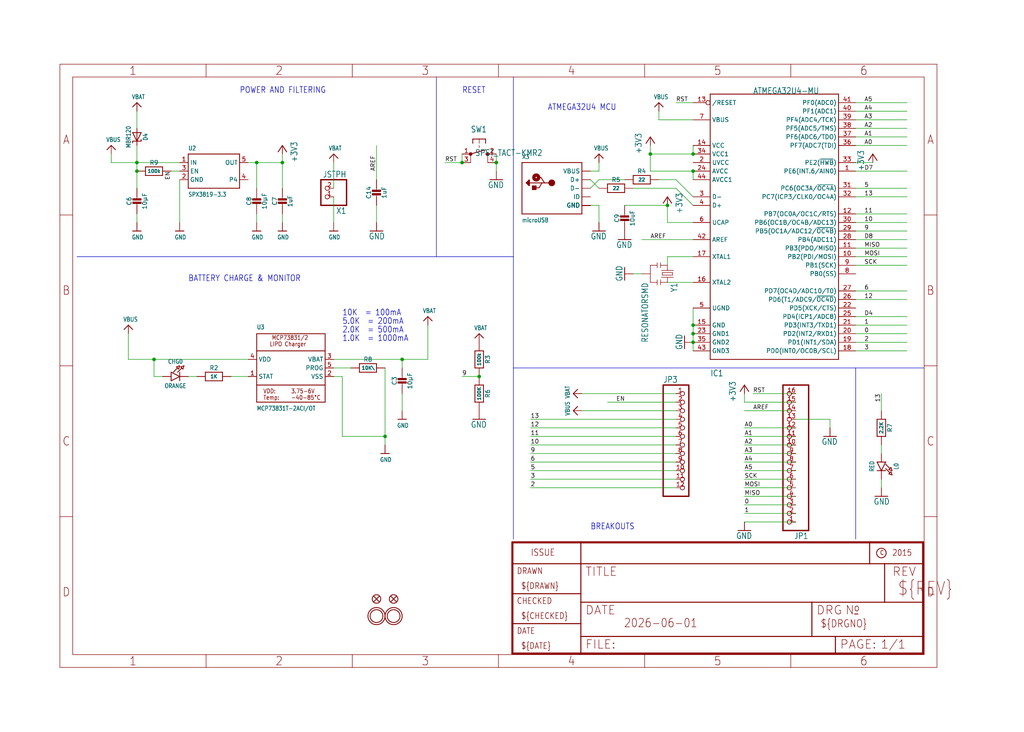
<source format=kicad_sch>
(kicad_sch (version 20230121) (generator eeschema)
  (paper "User" 303.962 217.322)
  (lib_symbols
    (symbol "working-eagle-import:+3V3" (power)
      (property "Value" "+3V3" (at -2.54 -5.08 90))
      (symbol "+3V3_1_0"
        (pin power_in line (at 0 -2.54 90) (length 2.54) (name "+3V3") (number "1"))
      )
    )
    (symbol "working-eagle-import:ATMEGA32U4-MU"
      (property "Reference" "IC" (at -17.78 -38.1 0))
      (symbol "ATMEGA32U4-MU_1_0"
        (pin bidirectional line (at 25.4 22.86 180) (length 5.08) (name "PE6(INT.6/AIN0)") (number "1"))
        (pin bidirectional line (at 25.4 -2.54 180) (length 5.08) (name "PB2(PDI/MOSI)") (number "10"))
        (pin bidirectional line (at 25.4 0 180) (length 5.08) (name "PB3(PDO/MISO)") (number "11"))
        (pin bidirectional line (at 25.4 10.16 180) (length 5.08) (name "PB7(OC0A/OC1C/RTS)") (number "12"))
        (pin bidirectional inverted (at -22.86 43.18 0) (length 5.08) (name "/RESET") (number "13"))
        (pin bidirectional line (at -22.86 30.48 0) (length 5.08) (name "VCC") (number "14"))
        (pin bidirectional line (at -22.86 -22.86 0) (length 5.08) (name "GND") (number "15"))
        (pin bidirectional line (at -22.86 -10.16 0) (length 5.08) (name "XTAL2") (number "16"))
        (pin bidirectional line (at -22.86 -2.54 0) (length 5.08) (name "XTAL1") (number "17"))
        (pin bidirectional line (at 25.4 -30.48 180) (length 5.08) (name "PD0(INT0/OC0B/SCL)") (number "18"))
        (pin bidirectional line (at 25.4 -27.94 180) (length 5.08) (name "PD1(INT1/SDA)") (number "19"))
        (pin bidirectional line (at -22.86 25.4 0) (length 5.08) (name "UVCC") (number "2"))
        (pin bidirectional line (at 25.4 -25.4 180) (length 5.08) (name "PD2(INT2/RXD1)") (number "20"))
        (pin bidirectional line (at 25.4 -22.86 180) (length 5.08) (name "PD3(INT3/TXD1)") (number "21"))
        (pin bidirectional line (at 25.4 -17.78 180) (length 5.08) (name "PD5(XCK/CTS)") (number "22"))
        (pin bidirectional line (at -22.86 -25.4 0) (length 5.08) (name "GND1") (number "23"))
        (pin bidirectional line (at -22.86 22.86 0) (length 5.08) (name "AVCC") (number "24"))
        (pin bidirectional line (at 25.4 -20.32 180) (length 5.08) (name "PD4(ICP1/ADC8)") (number "25"))
        (pin bidirectional line (at 25.4 -15.24 180) (length 5.08) (name "PD6(T1/ADC9/~{OC4D})") (number "26"))
        (pin bidirectional line (at 25.4 -12.7 180) (length 5.08) (name "PD7(OC4D/ADC10/T0)") (number "27"))
        (pin bidirectional line (at 25.4 2.54 180) (length 5.08) (name "PB4(ADC11)") (number "28"))
        (pin bidirectional line (at 25.4 5.08 180) (length 5.08) (name "PB5(OC1A/ADC12/~{OC4B})") (number "29"))
        (pin bidirectional line (at -22.86 15.24 0) (length 5.08) (name "D-") (number "3"))
        (pin bidirectional line (at 25.4 7.62 180) (length 5.08) (name "PB6(OC1B/OC4B/ADC13)") (number "30"))
        (pin bidirectional line (at 25.4 17.78 180) (length 5.08) (name "PC6(OC3A/~{OC4A})") (number "31"))
        (pin bidirectional line (at 25.4 15.24 180) (length 5.08) (name "PC7(ICP3/CLK0/OC4A)") (number "32"))
        (pin bidirectional line (at 25.4 25.4 180) (length 5.08) (name "PE2(~{HWB})") (number "33"))
        (pin bidirectional line (at -22.86 27.94 0) (length 5.08) (name "VCC1") (number "34"))
        (pin bidirectional line (at -22.86 -27.94 0) (length 5.08) (name "GND2") (number "35"))
        (pin bidirectional line (at 25.4 30.48 180) (length 5.08) (name "PF7(ADC7(TDI)") (number "36"))
        (pin bidirectional line (at 25.4 33.02 180) (length 5.08) (name "PF6(ADC6/TDO)") (number "37"))
        (pin bidirectional line (at 25.4 35.56 180) (length 5.08) (name "PF5(ADC5/TMS)") (number "38"))
        (pin bidirectional line (at 25.4 38.1 180) (length 5.08) (name "PF4(ADC4/TCK)") (number "39"))
        (pin bidirectional line (at -22.86 12.7 0) (length 5.08) (name "D+") (number "4"))
        (pin bidirectional line (at 25.4 40.64 180) (length 5.08) (name "PF1(ADC1)") (number "40"))
        (pin bidirectional line (at 25.4 43.18 180) (length 5.08) (name "PF0(ADC0)") (number "41"))
        (pin bidirectional line (at -22.86 2.54 0) (length 5.08) (name "AREF") (number "42"))
        (pin bidirectional line (at -22.86 -30.48 0) (length 5.08) (name "GND3") (number "43"))
        (pin bidirectional line (at -22.86 20.32 0) (length 5.08) (name "AVCC1") (number "44"))
        (pin bidirectional line (at -22.86 -17.78 0) (length 5.08) (name "UGND") (number "5"))
        (pin bidirectional line (at -22.86 7.62 0) (length 5.08) (name "UCAP") (number "6"))
        (pin bidirectional line (at -22.86 38.1 0) (length 5.08) (name "VBUS") (number "7"))
        (pin bidirectional line (at 25.4 -7.62 180) (length 5.08) (name "PB0(SS)") (number "8"))
        (pin bidirectional line (at 25.4 -5.08 180) (length 5.08) (name "PB1(SCK)") (number "9"))
      )
    )
    (symbol "working-eagle-import:CAP_CERAMIC0603_NO"
      (property "Reference" "C" (at -2.29 1.25 90))
      (symbol "CAP_CERAMIC0603_NO_1_0"
        (pin passive line (at 0 5.08 270) (length 2.54) (name "1") (number "1"))
        (pin passive line (at 0 -2.54 90) (length 2.54) (name "2") (number "2"))
      )
    )
    (symbol "working-eagle-import:CAP_CERAMIC0805-NOOUTLINE"
      (property "Reference" "C" (at -2.29 1.25 90))
      (symbol "CAP_CERAMIC0805-NOOUTLINE_1_0"
        (pin passive line (at 0 5.08 270) (length 2.54) (name "1") (number "1"))
        (pin passive line (at 0 -2.54 90) (length 2.54) (name "2") (number "2"))
      )
    )
    (symbol "working-eagle-import:CON_JST_PH_2PIN"
      (property "Reference" "X" (at -6.35 5.715 0))
      (symbol "CON_JST_PH_2PIN_1_0"
        (pin passive inverted (at -2.54 2.54 0) (length 2.54) (name "1") (number "1"))
        (pin passive inverted (at -2.54 0 0) (length 2.54) (name "2") (number "2"))
      )
    )
    (symbol "working-eagle-import:DIODE-SCHOTTKYSOD-123"
      (property "Reference" "D" (at 0 2.54 0))
      (symbol "DIODE-SCHOTTKYSOD-123_1_0"
        (pin passive line (at -2.54 0 0) (length 2.54) (name "A") (number "A"))
        (pin passive line (at 2.54 0 180) (length 2.54) (name "C") (number "C"))
      )
    )
    (symbol "working-eagle-import:FIDUCIAL{dblquote}{dblquote}")
    (symbol "working-eagle-import:FRAME_A4"
      (symbol "FRAME_A4_1_0"
        (text "1" (at 21.6958 1.905 0) (effects (font (size 2.54 2.286))))
        (text "1" (at 21.6958 177.165 0) (effects (font (size 2.54 2.286))))
        (text "2" (at 65.0875 1.905 0) (effects (font (size 2.54 2.286))))
        (text "2" (at 65.0875 177.165 0) (effects (font (size 2.54 2.286))))
        (text "3" (at 108.4792 1.905 0) (effects (font (size 2.54 2.286))))
        (text "3" (at 108.4792 177.165 0) (effects (font (size 2.54 2.286))))
        (text "4" (at 151.8708 1.905 0) (effects (font (size 2.54 2.286))))
        (text "4" (at 151.8708 177.165 0) (effects (font (size 2.54 2.286))))
        (text "5" (at 195.2625 1.905 0) (effects (font (size 2.54 2.286))))
        (text "5" (at 195.2625 177.165 0) (effects (font (size 2.54 2.286))))
        (text "6" (at 238.6542 1.905 0) (effects (font (size 2.54 2.286))))
        (text "6" (at 238.6542 177.165 0) (effects (font (size 2.54 2.286))))
        (text "A" (at 1.905 156.6863 0) (effects (font (size 2.54 2.286))))
        (text "A" (at 258.445 156.6863 0) (effects (font (size 2.54 2.286))))
        (text "B" (at 1.905 111.9188 0) (effects (font (size 2.54 2.286))))
        (text "B" (at 258.445 111.9188 0) (effects (font (size 2.54 2.286))))
        (text "C" (at 1.905 67.1513 0) (effects (font (size 2.54 2.286))))
        (text "C" (at 258.445 67.1513 0) (effects (font (size 2.54 2.286))))
        (text "D" (at 1.905 22.3838 0) (effects (font (size 2.54 2.286))))
        (text "D" (at 258.445 22.3838 0) (effects (font (size 2.54 2.286))))
      )
      (symbol "FRAME_A4_2_0"
        (text "${#}/${##}" (at 108.9152 2.8448 0) (effects (font (size 2.54 2.54)) (justify left bottom)))
        (text "${CHECKED}" (at 2.2352 11.7348 0) (effects (font (size 1.778 1.5113)) (justify left bottom)))
        (text "${COMPANY}" (at 23.349 29.6735 0) (effects (font (size 3.175 2.6987) (thickness 0.5397) bold) (justify left bottom)))
        (text "${CURRENT_DATE}" (at 32.7152 9.1948 0) (effects (font (size 2.54 2.159)) (justify left bottom)))
        (text "${DATE}" (at 2.2352 2.8448 0) (effects (font (size 1.778 1.5113)) (justify left bottom)))
        (text "${DRAWN}" (at 2.2352 20.6248 0) (effects (font (size 1.778 1.5113)) (justify left bottom)))
        (text "${DRGNO}" (at 91.1352 9.1948 0) (effects (font (size 2.1844 1.8567)) (justify left bottom)))
        (text "${PROJECTNAME}" (at 33.0327 2.8448 0) (effects (font (size 2.54 2.159)) (justify left bottom)))
        (text "${REV}" (at 113.9952 18.7198 0) (effects (font (size 3.81 3.2385)) (justify left bottom)))
        (text "2015" (at 112.4077 30.4673 0) (effects (font (size 1.778 1.5113)) (justify left bottom)))
        (text "C" (at 108.7564 30.7848 0) (effects (font (size 1.27 1.0795)) (justify left bottom)))
        (text "CHECKED" (at 0.9652 16.1798 0) (effects (font (size 1.778 1.5113)) (justify left bottom)))
        (text "DATE" (at 0.9652 7.2898 0) (effects (font (size 1.778 1.5113)) (justify left bottom)))
        (text "DATE" (at 21.2852 13.0048 0) (effects (font (size 2.54 2.54)) (justify left bottom)))
        (text "DRAWN" (at 0.9652 25.0698 0) (effects (font (size 1.778 1.5113)) (justify left bottom)))
        (text "DRG" (at 89.8652 13.0048 0) (effects (font (size 2.54 2.54)) (justify left bottom)))
        (text "FILE:" (at 21.2852 2.8448 0) (effects (font (size 2.54 2.54)) (justify left bottom)))
        (text "ISSUE" (at 5.0927 30.4673 0) (effects (font (size 1.9304 1.6408)) (justify left bottom)))
        (text "N" (at 98.4377 13.0048 0) (effects (font (size 2.54 2.54)) (justify left bottom)))
        (text "o" (at 100.9777 13.9573 0) (effects (font (size 2.1844 1.8567)) (justify left bottom)))
        (text "PAGE:" (at 96.8502 2.8448 0) (effects (font (size 2.54 2.54)) (justify left bottom)))
        (text "REV" (at 112.4077 24.4348 0) (effects (font (size 2.54 2.54)) (justify left bottom)))
        (text "TITLE" (at 21.2852 24.4348 0) (effects (font (size 2.54 2.54)) (justify left bottom)))
      )
    )
    (symbol "working-eagle-import:GND" (power)
      (property "Value" "GND" (at -1.524 -2.54 0))
      (symbol "GND_1_0"
        (pin power_in line (at 0 2.54 270) (length 2.54) (name "GND") (number "1"))
      )
    )
    (symbol "working-eagle-import:HEADER-1X12"
      (property "Reference" "JP" (at -6.35 18.415 0))
      (symbol "HEADER-1X12_1_0"
        (pin passive inverted (at -2.54 15.24 0) (length 2.54) (name "1") (number "1"))
        (pin passive inverted (at -2.54 -7.62 0) (length 2.54) (name "10") (number "10"))
        (pin passive inverted (at -2.54 -10.16 0) (length 2.54) (name "11") (number "11"))
        (pin passive inverted (at -2.54 -12.7 0) (length 2.54) (name "12") (number "12"))
        (pin passive inverted (at -2.54 12.7 0) (length 2.54) (name "2") (number "2"))
        (pin passive inverted (at -2.54 10.16 0) (length 2.54) (name "3") (number "3"))
        (pin passive inverted (at -2.54 7.62 0) (length 2.54) (name "4") (number "4"))
        (pin passive inverted (at -2.54 5.08 0) (length 2.54) (name "5") (number "5"))
        (pin passive inverted (at -2.54 2.54 0) (length 2.54) (name "6") (number "6"))
        (pin passive inverted (at -2.54 0 0) (length 2.54) (name "7") (number "7"))
        (pin passive inverted (at -2.54 -2.54 0) (length 2.54) (name "8") (number "8"))
        (pin passive inverted (at -2.54 -5.08 0) (length 2.54) (name "9") (number "9"))
      )
    )
    (symbol "working-eagle-import:HEADER-1X16ROUND"
      (property "Reference" "JP" (at -6.35 20.955 0))
      (symbol "HEADER-1X16ROUND_1_0"
        (pin passive inverted (at -2.54 17.78 0) (length 2.54) (name "1") (number "1"))
        (pin passive inverted (at -2.54 -5.08 0) (length 2.54) (name "10") (number "10"))
        (pin passive inverted (at -2.54 -7.62 0) (length 2.54) (name "11") (number "11"))
        (pin passive inverted (at -2.54 -10.16 0) (length 2.54) (name "12") (number "12"))
        (pin passive inverted (at -2.54 -12.7 0) (length 2.54) (name "13") (number "13"))
        (pin passive inverted (at -2.54 -15.24 0) (length 2.54) (name "14") (number "14"))
        (pin passive inverted (at -2.54 -17.78 0) (length 2.54) (name "15") (number "15"))
        (pin passive inverted (at -2.54 -20.32 0) (length 2.54) (name "16") (number "16"))
        (pin passive inverted (at -2.54 15.24 0) (length 2.54) (name "2") (number "2"))
        (pin passive inverted (at -2.54 12.7 0) (length 2.54) (name "3") (number "3"))
        (pin passive inverted (at -2.54 10.16 0) (length 2.54) (name "4") (number "4"))
        (pin passive inverted (at -2.54 7.62 0) (length 2.54) (name "5") (number "5"))
        (pin passive inverted (at -2.54 5.08 0) (length 2.54) (name "6") (number "6"))
        (pin passive inverted (at -2.54 2.54 0) (length 2.54) (name "7") (number "7"))
        (pin passive inverted (at -2.54 0 0) (length 2.54) (name "8") (number "8"))
        (pin passive inverted (at -2.54 -2.54 0) (length 2.54) (name "9") (number "9"))
      )
    )
    (symbol "working-eagle-import:LED0805_NOOUTLINE"
      (property "Reference" "D" (at -1.27 4.445 0))
      (symbol "LED0805_NOOUTLINE_1_0"
        (pin passive line (at -5.08 0 0) (length 2.54) (name "A") (number "A"))
        (pin passive line (at 2.54 0 180) (length 2.54) (name "C") (number "C"))
      )
    )
    (symbol "working-eagle-import:MCP73831/2"
      (property "Reference" "U" (at -10.16 11.43 0))
      (symbol "MCP73831/2_1_0"
        (text "-40-85°C" (at 0 -9.525 0) (effects (font (size 1.27 1.0795)) (justify left bottom)))
        (text "3.75-6V" (at 0 -7.62 0) (effects (font (size 1.27 1.0795)) (justify left bottom)))
        (text "LIPO Charger" (at -6.35 6.35 0) (effects (font (size 1.27 1.0795)) (justify left bottom)))
        (text "MCP73831/2" (at -5.715 8.255 0) (effects (font (size 1.27 1.0795)) (justify left bottom)))
        (text "Temp:" (at -8.255 -9.525 0) (effects (font (size 1.27 1.0795)) (justify left bottom)))
        (text "VDD:" (at -8.255 -7.62 0) (effects (font (size 1.27 1.0795)) (justify left bottom)))
        (pin output line (at -12.7 -2.54 0) (length 2.54) (name "STAT") (number "1"))
        (pin power_in line (at 12.7 -2.54 180) (length 2.54) (name "VSS") (number "2"))
        (pin power_in line (at 12.7 2.54 180) (length 2.54) (name "VBAT") (number "3"))
        (pin power_in line (at -12.7 2.54 0) (length 2.54) (name "VDD") (number "4"))
        (pin input line (at 12.7 0 180) (length 2.54) (name "PROG") (number "5"))
      )
    )
    (symbol "working-eagle-import:MOUNTINGHOLE2.5")
    (symbol "working-eagle-import:RESISTOR_0603MP"
      (property "Reference" "R" (at 0 2.54 0))
      (symbol "RESISTOR_0603MP_1_0"
        (pin passive line (at -5.08 0 0) (length 2.54) (name "1") (number "1"))
        (pin passive line (at 5.08 0 180) (length 2.54) (name "2") (number "2"))
      )
    )
    (symbol "working-eagle-import:RESISTOR_0603_NOOUT"
      (property "Reference" "R" (at 0 2.54 0))
      (symbol "RESISTOR_0603_NOOUT_1_0"
        (pin passive line (at -5.08 0 0) (length 2.54) (name "1") (number "1"))
        (pin passive line (at 5.08 0 180) (length 2.54) (name "2") (number "2"))
      )
    )
    (symbol "working-eagle-import:RESONATORSMD"
      (property "Reference" "Y" (at 2.54 1.016 0))
      (symbol "RESONATORSMD_1_0"
        (pin passive line (at -2.54 0 0) (length 0) (name "1") (number "1"))
        (pin passive line (at 0 -7.62 90) (length 0) (name "2") (number "2"))
        (pin passive line (at 2.54 0 180) (length 0) (name "3") (number "3"))
      )
    )
    (symbol "working-eagle-import:SPST_TACT-KMR2"
      (property "Reference" "SW" (at -6.35 -2.54 90))
      (symbol "SPST_TACT-KMR2_1_0"
        (pin passive line (at 0 -5.08 90) (length 2.54) (name "P") (number "1"))
        (pin passive line (at 0 5.08 270) (length 2.54) (name "S") (number "2"))
        (pin passive line (at 2.54 -5.08 90) (length 2.54) (name "P1") (number "3"))
        (pin passive line (at 2.54 5.08 270) (length 2.54) (name "S1") (number "4"))
      )
    )
    (symbol "working-eagle-import:USB_MICRO_20329_V2"
      (property "Reference" "X" (at -10.16 8.636 0))
      (symbol "USB_MICRO_20329_V2_1_0"
        (pin power_in line (at 10.16 -5.08 180) (length 2.54) (name "GND") (number "BASE@1"))
        (pin power_in line (at 10.16 -5.08 180) (length 2.54) (name "GND") (number "BASE@2"))
        (pin bidirectional line (at 10.16 2.54 180) (length 2.54) (name "D+") (number "D+"))
        (pin bidirectional line (at 10.16 0 180) (length 2.54) (name "D-") (number "D-"))
        (pin power_in line (at 10.16 -5.08 180) (length 2.54) (name "GND") (number "GND"))
        (pin bidirectional line (at 10.16 -2.54 180) (length 2.54) (name "ID") (number "ID"))
        (pin power_in line (at 10.16 -5.08 180) (length 2.54) (name "GND") (number "SPRT@1"))
        (pin power_in line (at 10.16 -5.08 180) (length 2.54) (name "GND") (number "SPRT@2"))
        (pin power_in line (at 10.16 -5.08 180) (length 2.54) (name "GND") (number "SPRT@3"))
        (pin power_in line (at 10.16 -5.08 180) (length 2.54) (name "GND") (number "SPRT@4"))
        (pin power_in line (at 10.16 5.08 180) (length 2.54) (name "VBUS") (number "VBUS"))
      )
    )
    (symbol "working-eagle-import:VBAT" (power)
      (property "Value" "VBAT" (at -1.524 1.016 0))
      (symbol "VBAT_1_0"
        (pin power_in line (at 0 -2.54 90) (length 2.54) (name "VBAT") (number "1"))
      )
    )
    (symbol "working-eagle-import:VBUS" (power)
      (property "Value" "VBUS" (at -1.524 1.016 0))
      (symbol "VBUS_1_0"
        (pin power_in line (at 0 -2.54 90) (length 2.54) (name "VBUS") (number "1"))
      )
    )
    (symbol "working-eagle-import:VREG_SOT23-5"
      (property "Reference" "U" (at -7.62 6.096 0))
      (symbol "VREG_SOT23-5_1_0"
        (pin power_in line (at -10.16 2.54 0) (length 2.54) (name "IN") (number "1"))
        (pin power_in line (at -10.16 -2.54 0) (length 2.54) (name "GND") (number "2"))
        (pin input line (at -10.16 0 0) (length 2.54) (name "EN") (number "3"))
        (pin bidirectional line (at 10.16 -2.54 180) (length 2.54) (name "P4") (number "4"))
        (pin power_in line (at 10.16 2.54 180) (length 2.54) (name "OUT") (number "5"))
      )
    )
    (symbol "working-eagle-import:supply1_GND" (power)
      (property "Value" "supply1_GND" (at -2.54 -2.54 0))
      (symbol "supply1_GND_1_0"
        (pin power_in line (at 0 2.54 270) (length 2.54) (name "GND") (number "1"))
      )
    )
  )
  (junction (at 114.3 129.54))
  (junction (at 205.74 50.8))
  (junction (at 40.64 48.26))
  (junction (at 119.38 106.68))
  (junction (at 142.24 111.76))
  (junction (at 205.74 45.72))
  (junction (at 205.74 101.6))
  (junction (at 83.82 48.26))
  (junction (at 40.64 50.8))
  (junction (at 137.16 48.26))
  (junction (at 45.72 106.68))
  (junction (at 205.74 99.06))
  (junction (at 147.32 48.26))
  (junction (at 193.04 45.72))
  (junction (at 205.74 96.52))
  (junction (at 198.12 60.96))
  (junction (at 76.2 48.26))
  (wire (pts (xy 40.64 43.18) (xy 40.64 48.26)) (stroke (width 0.1524)))
  (wire (pts (xy 99.06 48.26) (xy 99.06 55.88)) (stroke (width 0.1524)))
  (wire (pts (xy 254 40.64) (xy 269.24 40.64)) (stroke (width 0.1524)))
  (polyline (pts (xy 254 109.22) (xy 152.4 109.22)) (stroke (width 0.1524) (type solid)))
  (wire (pts (xy 48.26 111.76) (xy 45.72 111.76)) (stroke (width 0.1524)))
  (wire (pts (xy 195.58 53.34) (xy 200.66 53.34)) (stroke (width 0.1524)))
  (wire (pts (xy 45.72 111.76) (xy 45.72 106.68)) (stroke (width 0.1524)))
  (wire (pts (xy 261.62 142.24) (xy 261.62 144.78)) (stroke (width 0.1524)))
  (wire (pts (xy 45.72 106.68) (xy 73.66 106.68)) (stroke (width 0.1524)))
  (wire (pts (xy 38.1 99.06) (xy 38.1 106.68)) (stroke (width 0.1524)))
  (wire (pts (xy 254 78.74) (xy 269.24 78.74)) (stroke (width 0.1524)))
  (wire (pts (xy 111.76 60.96) (xy 111.76 66.04)) (stroke (width 0.1524)))
  (wire (pts (xy 193.04 50.8) (xy 193.04 45.72)) (stroke (width 0.1524)))
  (wire (pts (xy 101.6 129.54) (xy 114.3 129.54)) (stroke (width 0.1524)))
  (wire (pts (xy 200.66 142.24) (xy 157.48 142.24)) (stroke (width 0.1524)))
  (wire (pts (xy 236.22 116.84) (xy 223.52 116.84)) (stroke (width 0.1524)))
  (wire (pts (xy 254 43.18) (xy 269.24 43.18)) (stroke (width 0.1524)))
  (wire (pts (xy 53.34 53.34) (xy 53.34 66.04)) (stroke (width 0.1524)))
  (wire (pts (xy 175.26 55.88) (xy 177.8 53.34)) (stroke (width 0.1524)))
  (wire (pts (xy 142.24 111.76) (xy 137.16 111.76)) (stroke (width 0.1524)))
  (wire (pts (xy 236.22 144.78) (xy 220.98 144.78)) (stroke (width 0.1524)))
  (wire (pts (xy 147.32 45.72) (xy 147.32 48.26)) (stroke (width 0.1524)))
  (wire (pts (xy 200.66 134.62) (xy 157.48 134.62)) (stroke (width 0.1524)))
  (wire (pts (xy 114.3 109.22) (xy 114.3 129.54)) (stroke (width 0.1524)))
  (wire (pts (xy 261.62 121.92) (xy 261.62 116.84)) (stroke (width 0.1524)))
  (wire (pts (xy 254 35.56) (xy 269.24 35.56)) (stroke (width 0.1524)))
  (wire (pts (xy 177.8 53.34) (xy 185.42 53.34)) (stroke (width 0.1524)))
  (wire (pts (xy 254 76.2) (xy 269.24 76.2)) (stroke (width 0.1524)))
  (wire (pts (xy 198.12 66.04) (xy 198.12 60.96)) (stroke (width 0.1524)))
  (wire (pts (xy 193.04 45.72) (xy 193.04 43.18)) (stroke (width 0.1524)))
  (wire (pts (xy 114.3 129.54) (xy 114.3 132.08)) (stroke (width 0.1524)))
  (wire (pts (xy 205.74 96.52) (xy 205.74 99.06)) (stroke (width 0.1524)))
  (wire (pts (xy 261.62 132.08) (xy 261.62 134.62)) (stroke (width 0.1524)))
  (wire (pts (xy 254 101.6) (xy 269.24 101.6)) (stroke (width 0.1524)))
  (wire (pts (xy 127 96.52) (xy 127 106.68)) (stroke (width 0.1524)))
  (wire (pts (xy 220.98 134.62) (xy 236.22 134.62)) (stroke (width 0.1524)))
  (wire (pts (xy 236.22 132.08) (xy 220.98 132.08)) (stroke (width 0.1524)))
  (wire (pts (xy 246.38 124.46) (xy 246.38 127)) (stroke (width 0.1524)))
  (wire (pts (xy 200.66 121.92) (xy 172.72 121.92)) (stroke (width 0.1524)))
  (wire (pts (xy 236.22 124.46) (xy 246.38 124.46)) (stroke (width 0.1524)))
  (wire (pts (xy 101.6 111.76) (xy 101.6 129.54)) (stroke (width 0.1524)))
  (polyline (pts (xy 152.4 76.2) (xy 129.54 76.2)) (stroke (width 0.1524) (type solid)))
  (wire (pts (xy 111.76 53.34) (xy 111.76 43.18)) (stroke (width 0.1524)))
  (wire (pts (xy 254 30.48) (xy 269.24 30.48)) (stroke (width 0.1524)))
  (wire (pts (xy 198.12 76.2) (xy 198.12 78.74)) (stroke (width 0.1524)))
  (wire (pts (xy 177.8 60.96) (xy 177.8 66.04)) (stroke (width 0.1524)))
  (wire (pts (xy 40.64 63.5) (xy 40.64 66.04)) (stroke (width 0.1524)))
  (wire (pts (xy 119.38 106.68) (xy 127 106.68)) (stroke (width 0.1524)))
  (wire (pts (xy 254 73.66) (xy 269.24 73.66)) (stroke (width 0.1524)))
  (wire (pts (xy 236.22 127) (xy 220.98 127)) (stroke (width 0.1524)))
  (wire (pts (xy 254 68.58) (xy 269.24 68.58)) (stroke (width 0.1524)))
  (wire (pts (xy 76.2 48.26) (xy 83.82 48.26)) (stroke (width 0.1524)))
  (wire (pts (xy 236.22 137.16) (xy 220.98 137.16)) (stroke (width 0.1524)))
  (wire (pts (xy 119.38 106.68) (xy 99.06 106.68)) (stroke (width 0.1524)))
  (wire (pts (xy 193.04 45.72) (xy 205.74 45.72)) (stroke (width 0.1524)))
  (wire (pts (xy 198.12 60.96) (xy 185.42 60.96)) (stroke (width 0.1524)))
  (wire (pts (xy 205.74 30.48) (xy 200.66 30.48)) (stroke (width 0.1524)))
  (wire (pts (xy 190.5 71.12) (xy 205.74 71.12)) (stroke (width 0.1524)))
  (wire (pts (xy 220.98 139.7) (xy 236.22 139.7)) (stroke (width 0.1524)))
  (wire (pts (xy 254 55.88) (xy 269.24 55.88)) (stroke (width 0.1524)))
  (wire (pts (xy 200.66 124.46) (xy 157.48 124.46)) (stroke (width 0.1524)))
  (wire (pts (xy 236.22 121.92) (xy 220.98 121.92)) (stroke (width 0.1524)))
  (wire (pts (xy 137.16 48.26) (xy 137.16 45.72)) (stroke (width 0.1524)))
  (polyline (pts (xy 129.54 76.2) (xy 129.54 22.86)) (stroke (width 0.1524) (type solid)))
  (wire (pts (xy 99.06 66.04) (xy 99.06 58.42)) (stroke (width 0.1524)))
  (wire (pts (xy 157.48 127) (xy 200.66 127)) (stroke (width 0.1524)))
  (wire (pts (xy 157.48 132.08) (xy 200.66 132.08)) (stroke (width 0.1524)))
  (wire (pts (xy 205.74 66.04) (xy 198.12 66.04)) (stroke (width 0.1524)))
  (wire (pts (xy 175.26 60.96) (xy 177.8 60.96)) (stroke (width 0.1524)))
  (wire (pts (xy 200.66 129.54) (xy 157.48 129.54)) (stroke (width 0.1524)))
  (wire (pts (xy 254 93.98) (xy 269.24 93.98)) (stroke (width 0.1524)))
  (wire (pts (xy 50.8 50.8) (xy 53.34 50.8)) (stroke (width 0.1524)))
  (polyline (pts (xy 254 160.02) (xy 254 109.22)) (stroke (width 0.1524) (type solid)))
  (wire (pts (xy 254 33.02) (xy 269.24 33.02)) (stroke (width 0.1524)))
  (wire (pts (xy 40.64 48.26) (xy 40.64 50.8)) (stroke (width 0.1524)))
  (wire (pts (xy 254 63.5) (xy 269.24 63.5)) (stroke (width 0.1524)))
  (wire (pts (xy 119.38 109.22) (xy 119.38 106.68)) (stroke (width 0.1524)))
  (wire (pts (xy 175.26 53.34) (xy 177.8 55.88)) (stroke (width 0.1524)))
  (wire (pts (xy 195.58 35.56) (xy 195.58 33.02)) (stroke (width 0.1524)))
  (wire (pts (xy 205.74 45.72) (xy 205.74 43.18)) (stroke (width 0.1524)))
  (wire (pts (xy 254 38.1) (xy 269.24 38.1)) (stroke (width 0.1524)))
  (wire (pts (xy 220.98 119.38) (xy 236.22 119.38)) (stroke (width 0.1524)))
  (wire (pts (xy 99.06 111.76) (xy 101.6 111.76)) (stroke (width 0.1524)))
  (wire (pts (xy 205.74 53.34) (xy 205.74 50.8)) (stroke (width 0.1524)))
  (wire (pts (xy 254 104.14) (xy 269.24 104.14)) (stroke (width 0.1524)))
  (wire (pts (xy 236.22 149.86) (xy 220.98 149.86)) (stroke (width 0.1524)))
  (polyline (pts (xy 152.4 76.2) (xy 152.4 22.86)) (stroke (width 0.1524) (type solid)))
  (wire (pts (xy 254 48.26) (xy 259.08 48.26)) (stroke (width 0.1524)))
  (wire (pts (xy 76.2 55.88) (xy 76.2 48.26)) (stroke (width 0.1524)))
  (wire (pts (xy 254 66.04) (xy 269.24 66.04)) (stroke (width 0.1524)))
  (wire (pts (xy 83.82 48.26) (xy 83.82 55.88)) (stroke (width 0.1524)))
  (wire (pts (xy 68.58 111.76) (xy 73.66 111.76)) (stroke (width 0.1524)))
  (wire (pts (xy 254 96.52) (xy 269.24 96.52)) (stroke (width 0.1524)))
  (wire (pts (xy 200.66 139.7) (xy 157.48 139.7)) (stroke (width 0.1524)))
  (polyline (pts (xy 22.86 76.2) (xy 129.54 76.2)) (stroke (width 0.1524) (type solid)))
  (wire (pts (xy 220.98 129.54) (xy 236.22 129.54)) (stroke (width 0.1524)))
  (wire (pts (xy 40.64 50.8) (xy 40.64 55.88)) (stroke (width 0.1524)))
  (polyline (pts (xy 274.32 109.22) (xy 254 109.22)) (stroke (width 0.1524) (type solid)))
  (wire (pts (xy 157.48 137.16) (xy 200.66 137.16)) (stroke (width 0.1524)))
  (wire (pts (xy 175.26 50.8) (xy 177.8 50.8)) (stroke (width 0.1524)))
  (wire (pts (xy 55.88 111.76) (xy 58.42 111.76)) (stroke (width 0.1524)))
  (wire (pts (xy 205.74 91.44) (xy 205.74 96.52)) (stroke (width 0.1524)))
  (polyline (pts (xy 152.4 160.02) (xy 152.4 109.22)) (stroke (width 0.1524) (type solid)))
  (polyline (pts (xy 152.4 109.22) (xy 152.4 76.2)) (stroke (width 0.1524) (type solid)))
  (wire (pts (xy 172.72 116.84) (xy 200.66 116.84)) (stroke (width 0.1524)))
  (wire (pts (xy 220.98 147.32) (xy 236.22 147.32)) (stroke (width 0.1524)))
  (wire (pts (xy 177.8 50.8) (xy 177.8 48.26)) (stroke (width 0.1524)))
  (wire (pts (xy 236.22 142.24) (xy 220.98 142.24)) (stroke (width 0.1524)))
  (wire (pts (xy 33.02 48.26) (xy 40.64 48.26)) (stroke (width 0.1524)))
  (wire (pts (xy 205.74 35.56) (xy 195.58 35.56)) (stroke (width 0.1524)))
  (wire (pts (xy 76.2 63.5) (xy 76.2 66.04)) (stroke (width 0.1524)))
  (wire (pts (xy 180.34 119.38) (xy 200.66 119.38)) (stroke (width 0.1524)))
  (wire (pts (xy 40.64 38.1) (xy 40.64 33.02)) (stroke (width 0.1524)))
  (wire (pts (xy 53.34 48.26) (xy 40.64 48.26)) (stroke (width 0.1524)))
  (wire (pts (xy 205.74 101.6) (xy 205.74 104.14)) (stroke (width 0.1524)))
  (wire (pts (xy 200.66 55.88) (xy 205.74 60.96)) (stroke (width 0.1524)))
  (wire (pts (xy 132.08 48.26) (xy 137.16 48.26)) (stroke (width 0.1524)))
  (wire (pts (xy 220.98 116.84) (xy 220.98 119.38)) (stroke (width 0.1524)))
  (wire (pts (xy 205.74 99.06) (xy 205.74 101.6)) (stroke (width 0.1524)))
  (wire (pts (xy 99.06 109.22) (xy 104.14 109.22)) (stroke (width 0.1524)))
  (wire (pts (xy 83.82 48.26) (xy 83.82 45.72)) (stroke (width 0.1524)))
  (wire (pts (xy 187.96 81.28) (xy 190.5 81.28)) (stroke (width 0.1524)))
  (wire (pts (xy 198.12 76.2) (xy 205.74 76.2)) (stroke (width 0.1524)))
  (wire (pts (xy 220.98 152.4) (xy 236.22 152.4)) (stroke (width 0.1524)))
  (wire (pts (xy 119.38 116.84) (xy 119.38 121.92)) (stroke (width 0.1524)))
  (wire (pts (xy 38.1 106.68) (xy 45.72 106.68)) (stroke (width 0.1524)))
  (wire (pts (xy 205.74 50.8) (xy 193.04 50.8)) (stroke (width 0.1524)))
  (wire (pts (xy 269.24 99.06) (xy 254 99.06)) (stroke (width 0.1524)))
  (wire (pts (xy 254 50.8) (xy 269.24 50.8)) (stroke (width 0.1524)))
  (wire (pts (xy 147.32 50.8) (xy 147.32 48.26)) (stroke (width 0.1524)))
  (wire (pts (xy 220.98 154.94) (xy 236.22 154.94)) (stroke (width 0.1524)))
  (wire (pts (xy 73.66 48.26) (xy 76.2 48.26)) (stroke (width 0.1524)))
  (wire (pts (xy 254 88.9) (xy 269.24 88.9)) (stroke (width 0.1524)))
  (wire (pts (xy 254 71.12) (xy 269.24 71.12)) (stroke (width 0.1524)))
  (wire (pts (xy 187.96 55.88) (xy 200.66 55.88)) (stroke (width 0.1524)))
  (wire (pts (xy 157.48 144.78) (xy 200.66 144.78)) (stroke (width 0.1524)))
  (wire (pts (xy 83.82 63.5) (xy 83.82 66.04)) (stroke (width 0.1524)))
  (wire (pts (xy 254 58.42) (xy 269.24 58.42)) (stroke (width 0.1524)))
  (wire (pts (xy 200.66 53.34) (xy 205.74 58.42)) (stroke (width 0.1524)))
  (wire (pts (xy 254 86.36) (xy 269.24 86.36)) (stroke (width 0.1524)))
  (wire (pts (xy 198.12 83.82) (xy 205.74 83.82)) (stroke (width 0.1524)))
  (wire (pts (xy 33.02 45.72) (xy 33.02 48.26)) (stroke (width 0.1524)))
  (text "5.0K  = 200mA" (at 101.6 96.52 0) (effects (font (size 1.778 1.5113)) (justify left bottom)))
  (text "BATTERY CHARGE & MONITOR" (at 55.88 83.82 0) (effects (font (size 1.778 1.5113)) (justify left bottom)))
  (text "ATMEGA32U4 MCU" (at 162.56 33.02 0) (effects (font (size 1.778 1.5113)) (justify left bottom)))
  (text "POWER AND FILTERING" (at 71.12 27.94 0) (effects (font (size 1.778 1.5113)) (justify left bottom)))
  (text "10K  = 100mA" (at 101.6 93.98 0) (effects (font (size 1.778 1.5113)) (justify left bottom)))
  (text "1.0K  = 1000mA" (at 101.6 101.6 0) (effects (font (size 1.778 1.5113)) (justify left bottom)))
  (text "RESET" (at 137.16 27.94 0) (effects (font (size 1.778 1.5113)) (justify left bottom)))
  (text "2.0K  = 500mA" (at 101.6 99.06 0) (effects (font (size 1.778 1.5113)) (justify left bottom)))
  (text "BREAKOUTS" (at 175.26 157.48 0) (effects (font (size 1.778 1.5113)) (justify left bottom)))
  (label "5" (at 157.48 139.7 0) (effects (font (size 1.2446 1.2446))))
  (label "A5" (at 220.98 139.7 0) (effects (font (size 1.2446 1.2446))))
  (label "EN" (at 182.88 119.38 0) (effects (font (size 1.2446 1.2446))))
  (label "0" (at 220.98 149.86 0) (effects (font (size 1.2446 1.2446))))
  (label "MISO" (at 220.98 147.32 0) (effects (font (size 1.2446 1.2446))))
  (label "D7" (at 256.54 50.8 0) (effects (font (size 1.2446 1.2446))))
  (label "13" (at 157.48 124.46 0) (effects (font (size 1.2446 1.2446))))
  (label "3" (at 256.54 104.14 0) (effects (font (size 1.2446 1.2446))))
  (label "D8" (at 256.54 71.12 0) (effects (font (size 1.2446 1.2446))))
  (label "A0" (at 220.98 127 0) (effects (font (size 1.2446 1.2446))))
  (label "12" (at 157.48 127 0) (effects (font (size 1.2446 1.2446))))
  (label "A2" (at 220.98 132.08 0) (effects (font (size 1.2446 1.2446))))
  (label "A4" (at 220.98 137.16 0) (effects (font (size 1.2446 1.2446))))
  (label "AREF" (at 193.04 71.12 0) (effects (font (size 1.2446 1.2446))))
  (label "A1" (at 256.54 40.64 0) (effects (font (size 1.2446 1.2446))))
  (label "11" (at 157.48 129.54 0) (effects (font (size 1.2446 1.2446))))
  (label "11" (at 256.54 63.5 0) (effects (font (size 1.2446 1.2446))))
  (label "SCK" (at 256.54 78.74 0) (effects (font (size 1.2446 1.2446))))
  (label "A5" (at 256.54 30.48 0) (effects (font (size 1.2446 1.2446))))
  (label "5" (at 256.54 55.88 0) (effects (font (size 1.2446 1.2446))))
  (label "RST" (at 223.52 116.84 0) (effects (font (size 1.2446 1.2446))))
  (label "SCK" (at 220.98 142.24 0) (effects (font (size 1.2446 1.2446))))
  (label "A1" (at 220.98 129.54 0) (effects (font (size 1.2446 1.2446))))
  (label "0" (at 256.54 99.06 0) (effects (font (size 1.2446 1.2446))))
  (label "A2" (at 256.54 38.1 0) (effects (font (size 1.2446 1.2446))))
  (label "9" (at 157.48 134.62 0) (effects (font (size 1.2446 1.2446))))
  (label "13" (at 261.62 116.84 270) (effects (font (size 1.2446 1.2446))))
  (label "6" (at 256.54 86.36 0) (effects (font (size 1.2446 1.2446))))
  (label "6" (at 157.48 137.16 0) (effects (font (size 1.2446 1.2446))))
  (label "RST" (at 132.08 48.26 0) (effects (font (size 1.2446 1.2446))))
  (label "AREF" (at 223.52 121.92 0) (effects (font (size 1.2446 1.2446))))
  (label "A3" (at 256.54 35.56 0) (effects (font (size 1.2446 1.2446))))
  (label "9" (at 256.54 68.58 0) (effects (font (size 1.2446 1.2446))))
  (label "1" (at 220.98 152.4 0) (effects (font (size 1.2446 1.2446))))
  (label "12" (at 256.54 88.9 0) (effects (font (size 1.2446 1.2446))))
  (label "2" (at 157.48 144.78 0) (effects (font (size 1.2446 1.2446))))
  (label "13" (at 256.54 58.42 0) (effects (font (size 1.2446 1.2446))))
  (label "AREF" (at 111.76 50.8 90) (effects (font (size 1.2446 1.2446))))
  (label "10" (at 157.48 132.08 0) (effects (font (size 1.2446 1.2446))))
  (label "EN" (at 50.8 50.8 270) (effects (font (size 1.2446 1.2446))))
  (label "MOSI" (at 256.54 76.2 0) (effects (font (size 1.2446 1.2446))))
  (label "A0" (at 256.54 43.18 0) (effects (font (size 1.2446 1.2446))))
  (label "9" (at 137.16 111.76 0) (effects (font (size 1.2446 1.2446))))
  (label "MISO" (at 256.54 73.66 0) (effects (font (size 1.2446 1.2446))))
  (label "3" (at 157.48 142.24 0) (effects (font (size 1.2446 1.2446))))
  (label "A3" (at 220.98 134.62 0) (effects (font (size 1.2446 1.2446))))
  (label "RST" (at 200.66 30.48 0) (effects (font (size 1.2446 1.2446))))
  (label "10" (at 256.54 66.04 0) (effects (font (size 1.2446 1.2446))))
  (label "2" (at 256.54 101.6 0) (effects (font (size 1.2446 1.2446))))
  (label "D4" (at 256.54 93.98 0) (effects (font (size 1.2446 1.2446))))
  (label "A4" (at 256.54 33.02 0) (effects (font (size 1.2446 1.2446))))
  (label "MOSI" (at 220.98 144.78 0) (effects (font (size 1.2446 1.2446))))
  (label "1" (at 256.54 96.52 0) (effects (font (size 1.2446 1.2446))))
  (symbol (lib_id "working-eagle-import:MOUNTINGHOLE2.5") (at 116.84 182.88 0) (unit 1)
    (property "Reference" "U$32" (effects hide))
    (property "Value" "MOUNTINGHOLE2.5" (effects hide))
    (property "Footprint" "working:MOUNTINGHOLE_2.5_PLATED" (effects hide))
  )
  (symbol (lib_id "working-eagle-import:supply1_GND") (at 142.24 124.46 0) (unit 1)
    (property "Reference" "#GND13" (effects hide))
    (property "Value" "GND" (at 139.7 127 0) (effects (font (size 1.778 1.5113)) (justify left bottom)))
  )
  (symbol (lib_id "working-eagle-import:VBAT") (at 99.06 45.72 0) (unit 1)
    (property "Reference" "#U$16" (effects hide))
    (property "Value" "VBAT" (at 97.536 44.704 0) (effects (font (size 1.27 1.0795)) (justify left bottom)))
  )
  (symbol (lib_id "working-eagle-import:+3V3") (at 198.12 58.42 0) (mirror y) (unit 1)
    (property "Reference" "#+3V6" (effects hide))
    (property "Value" "+3V3" (at 200.66 63.5 90) (effects (font (size 1.778 1.5113)) (justify left bottom)))
  )
  (symbol (lib_id "working-eagle-import:VREG_SOT23-5") (at 63.5 50.8 0) (unit 1)
    (property "Reference" "U2" (at 55.88 44.704 0) (effects (font (size 1.27 1.0795)) (justify left bottom)))
    (property "Value" "SPX3819-3.3" (at 55.88 58.42 0) (effects (font (size 1.27 1.0795)) (justify left bottom)))
    (property "Footprint" "working:SOT23-5" (effects hide))
  )
  (symbol (lib_id "working-eagle-import:supply1_GND") (at 111.76 68.58 0) (mirror y) (unit 1)
    (property "Reference" "#GND12" (effects hide))
    (property "Value" "GND" (at 114.3 71.12 0) (effects (font (size 1.778 1.5113)) (justify left bottom)))
  )
  (symbol (lib_id "working-eagle-import:CAP_CERAMIC0603_NO") (at 83.82 60.96 0) (unit 1)
    (property "Reference" "C7" (at 81.53 59.71 90))
    (property "Value" "1uF" (at 86.12 59.71 90))
    (property "Footprint" "working:0603-NO" (effects hide))
  )
  (symbol (lib_id "working-eagle-import:FIDUCIAL{dblquote}{dblquote}") (at 116.84 177.8 0) (unit 1)
    (property "Reference" "U$34" (effects hide))
    (property "Value" "FIDUCIAL{dblquote}{dblquote}" (effects hide))
    (property "Footprint" "working:FIDUCIAL_1MM" (effects hide))
  )
  (symbol (lib_id "working-eagle-import:supply1_GND") (at 203.2 101.6 270) (unit 1)
    (property "Reference" "#GND2" (effects hide))
    (property "Value" "GND" (at 200.66 99.06 0) (effects (font (size 1.778 1.5113)) (justify left bottom)))
  )
  (symbol (lib_id "working-eagle-import:VBUS") (at 195.58 30.48 0) (unit 1)
    (property "Reference" "#U$8" (effects hide))
    (property "Value" "VBUS" (at 194.056 29.464 0) (effects (font (size 1.27 1.0795)) (justify left bottom)))
  )
  (symbol (lib_id "working-eagle-import:RESISTOR_0603_NOOUT") (at 182.88 55.88 0) (unit 1)
    (property "Reference" "R5" (at 182.88 53.34 0))
    (property "Value" "22" (at 182.88 55.88 0) (effects (font (size 1.016 1.016) bold)))
    (property "Footprint" "working:0603-NO" (effects hide))
  )
  (symbol (lib_id "working-eagle-import:supply1_GND") (at 185.42 71.12 0) (unit 1)
    (property "Reference" "#GND3" (effects hide))
    (property "Value" "GND" (at 182.88 73.66 0) (effects (font (size 1.778 1.5113)) (justify left bottom)))
  )
  (symbol (lib_id "working-eagle-import:+3V3") (at 193.04 40.64 0) (unit 1)
    (property "Reference" "#+3V5" (effects hide))
    (property "Value" "+3V3" (at 190.5 45.72 90) (effects (font (size 1.778 1.5113)) (justify left bottom)))
  )
  (symbol (lib_id "working-eagle-import:VBUS") (at 177.8 45.72 0) (unit 1)
    (property "Reference" "#U$1" (effects hide))
    (property "Value" "VBUS" (at 176.276 44.704 0) (effects (font (size 1.27 1.0795)) (justify left bottom)))
  )
  (symbol (lib_id "working-eagle-import:GND") (at 76.2 68.58 0) (unit 1)
    (property "Reference" "#U$29" (effects hide))
    (property "Value" "GND" (at 74.676 71.12 0) (effects (font (size 1.27 1.0795)) (justify left bottom)))
  )
  (symbol (lib_id "working-eagle-import:HEADER-1X16ROUND") (at 233.68 137.16 180) (unit 1)
    (property "Reference" "JP1" (at 240.03 158.115 0) (effects (font (size 1.778 1.5113)) (justify left bottom)))
    (property "Value" "HEADER-1X16ROUND" (effects hide))
    (property "Footprint" "working:1X16_ROUND" (effects hide))
  )
  (symbol (lib_id "working-eagle-import:RESISTOR_0603_NOOUT") (at 63.5 111.76 0) (unit 1)
    (property "Reference" "R2" (at 63.5 109.22 0))
    (property "Value" "1K" (at 63.5 111.76 0) (effects (font (size 1.016 1.016) bold)))
    (property "Footprint" "working:0603-NO" (effects hide))
  )
  (symbol (lib_id "working-eagle-import:CAP_CERAMIC0603_NO") (at 111.76 58.42 0) (unit 1)
    (property "Reference" "C14" (at 109.47 57.17 90))
    (property "Value" "1uF" (at 114.06 57.17 90))
    (property "Footprint" "working:0603-NO" (effects hide))
  )
  (symbol (lib_id "working-eagle-import:RESISTOR_0603_NOOUT") (at 109.22 109.22 0) (unit 1)
    (property "Reference" "R8" (at 109.22 106.68 0))
    (property "Value" "10K\\" (at 109.22 109.22 0) (effects (font (size 1.016 1.016) bold)))
    (property "Footprint" "working:0603-NO" (effects hide))
  )
  (symbol (lib_id "working-eagle-import:CAP_CERAMIC0805-NOOUTLINE") (at 119.38 114.3 0) (unit 1)
    (property "Reference" "C3" (at 117.09 113.05 90))
    (property "Value" "10µF" (at 121.68 113.05 90))
    (property "Footprint" "working:0805-NO" (effects hide))
  )
  (symbol (lib_id "working-eagle-import:RESISTOR_0603_NOOUT") (at 45.72 50.8 0) (unit 1)
    (property "Reference" "R9" (at 45.72 48.26 0))
    (property "Value" "100k" (at 45.72 50.8 0) (effects (font (size 1.016 1.016) bold)))
    (property "Footprint" "working:0603-NO" (effects hide))
  )
  (symbol (lib_id "working-eagle-import:MOUNTINGHOLE2.5") (at 111.76 182.88 0) (unit 1)
    (property "Reference" "U$31" (effects hide))
    (property "Value" "MOUNTINGHOLE2.5" (effects hide))
    (property "Footprint" "working:MOUNTINGHOLE_2.5_PLATED" (effects hide))
  )
  (symbol (lib_id "working-eagle-import:GND") (at 83.82 68.58 0) (unit 1)
    (property "Reference" "#U$28" (effects hide))
    (property "Value" "GND" (at 82.296 71.12 0) (effects (font (size 1.27 1.0795)) (justify left bottom)))
  )
  (symbol (lib_id "working-eagle-import:CAP_CERAMIC0805-NOOUTLINE") (at 40.64 60.96 0) (unit 1)
    (property "Reference" "C6" (at 38.35 59.71 90))
    (property "Value" "10µF" (at 42.94 59.71 90))
    (property "Footprint" "working:0805-NO" (effects hide))
  )
  (symbol (lib_id "working-eagle-import:RESISTOR_0603_NOOUT") (at 142.24 106.68 270) (unit 1)
    (property "Reference" "R3" (at 144.78 106.68 0))
    (property "Value" "100k" (at 142.24 106.68 0) (effects (font (size 1.016 1.016) bold)))
    (property "Footprint" "working:0603-NO" (effects hide))
  )
  (symbol (lib_id "working-eagle-import:VBAT") (at 40.64 30.48 0) (unit 1)
    (property "Reference" "#U$21" (effects hide))
    (property "Value" "VBAT" (at 39.116 29.464 0) (effects (font (size 1.27 1.0795)) (justify left bottom)))
  )
  (symbol (lib_id "working-eagle-import:CAP_CERAMIC0805-NOOUTLINE") (at 185.42 66.04 0) (unit 1)
    (property "Reference" "C9" (at 183.13 64.79 90))
    (property "Value" "10uF" (at 187.72 64.79 90))
    (property "Footprint" "working:0805-NO" (effects hide))
  )
  (symbol (lib_id "working-eagle-import:GND") (at 53.34 68.58 0) (unit 1)
    (property "Reference" "#U$30" (effects hide))
    (property "Value" "GND" (at 51.816 71.12 0) (effects (font (size 1.27 1.0795)) (justify left bottom)))
  )
  (symbol (lib_id "working-eagle-import:GND") (at 114.3 134.62 0) (unit 1)
    (property "Reference" "#U$36" (effects hide))
    (property "Value" "GND" (at 112.776 137.16 0) (effects (font (size 1.27 1.0795)) (justify left bottom)))
  )
  (symbol (lib_id "working-eagle-import:supply1_GND") (at 177.8 68.58 0) (unit 1)
    (property "Reference" "#GND1" (effects hide))
    (property "Value" "GND" (at 175.26 71.12 0) (effects (font (size 1.778 1.5113)) (justify left bottom)))
  )
  (symbol (lib_id "working-eagle-import:FIDUCIAL{dblquote}{dblquote}") (at 111.76 177.8 0) (unit 1)
    (property "Reference" "U$35" (effects hide))
    (property "Value" "FIDUCIAL{dblquote}{dblquote}" (effects hide))
    (property "Footprint" "working:FIDUCIAL_1MM" (effects hide))
  )
  (symbol (lib_id "working-eagle-import:DIODE-SCHOTTKYSOD-123") (at 40.64 40.64 270) (unit 1)
    (property "Reference" "D4" (at 43.18 40.64 0) (effects (font (size 1.27 1.0795))))
    (property "Value" "MBR120" (at 38.14 40.64 0) (effects (font (size 1.27 1.0795))))
    (property "Footprint" "working:SOD-123" (effects hide))
  )
  (symbol (lib_id "working-eagle-import:VBAT") (at 170.18 116.84 90) (unit 1)
    (property "Reference" "#U$20" (effects hide))
    (property "Value" "VBAT" (at 169.164 118.364 0) (effects (font (size 1.27 1.0795)) (justify left bottom)))
  )
  (symbol (lib_id "working-eagle-import:GND") (at 119.38 124.46 0) (unit 1)
    (property "Reference" "#U$33" (effects hide))
    (property "Value" "GND" (at 117.856 127 0) (effects (font (size 1.27 1.0795)) (justify left bottom)))
  )
  (symbol (lib_id "working-eagle-import:FRAME_A4") (at 152.4 195.58 0) (unit 2)
    (property "Reference" "#FRAME1" (effects hide))
    (property "Value" "FRAME_A4" (effects hide))
  )
  (symbol (lib_id "working-eagle-import:supply1_GND") (at 261.62 147.32 0) (mirror y) (unit 1)
    (property "Reference" "#GND10" (effects hide))
    (property "Value" "GND" (at 264.16 149.86 0) (effects (font (size 1.778 1.5113)) (justify left bottom)))
  )
  (symbol (lib_id "working-eagle-import:supply1_GND") (at 246.38 129.54 0) (unit 1)
    (property "Reference" "#GND4" (effects hide))
    (property "Value" "GND" (at 243.84 132.08 0) (effects (font (size 1.778 1.5113)) (justify left bottom)))
  )
  (symbol (lib_id "working-eagle-import:SPST_TACT-KMR2") (at 142.24 45.72 270) (unit 1)
    (property "Reference" "SW1" (at 139.7 39.37 90) (effects (font (size 1.778 1.5113)) (justify left bottom)))
    (property "Value" "SPST_TACT-KMR2" (at 140.97 46.355 90) (effects (font (size 1.778 1.5113)) (justify left bottom)))
    (property "Footprint" "working:KMR2" (effects hide))
  )
  (symbol (lib_id "working-eagle-import:supply1_GND") (at 147.32 53.34 0) (unit 1)
    (property "Reference" "#GND7" (effects hide))
    (property "Value" "GND" (at 144.78 55.88 0) (effects (font (size 1.778 1.5113)) (justify left bottom)))
  )
  (symbol (lib_id "working-eagle-import:supply1_GND") (at 220.98 157.48 0) (unit 1)
    (property "Reference" "#GND11" (effects hide))
    (property "Value" "GND" (at 218.44 160.02 0) (effects (font (size 1.778 1.5113)) (justify left bottom)))
  )
  (symbol (lib_id "working-eagle-import:+3V3") (at 220.98 114.3 0) (unit 1)
    (property "Reference" "#+3V1" (effects hide))
    (property "Value" "+3V3" (at 218.44 119.38 90) (effects (font (size 1.778 1.5113)) (justify left bottom)))
  )
  (symbol (lib_id "working-eagle-import:GND") (at 99.06 68.58 0) (unit 1)
    (property "Reference" "#U$22" (effects hide))
    (property "Value" "GND" (at 97.536 71.12 0) (effects (font (size 1.27 1.0795)) (justify left bottom)))
  )
  (symbol (lib_id "working-eagle-import:GND") (at 40.64 68.58 0) (unit 1)
    (property "Reference" "#U$27" (effects hide))
    (property "Value" "GND" (at 39.116 71.12 0) (effects (font (size 1.27 1.0795)) (justify left bottom)))
  )
  (symbol (lib_id "working-eagle-import:RESONATORSMD") (at 198.12 81.28 270) (unit 1)
    (property "Reference" "Y1" (at 199.136 83.82 0) (effects (font (size 1.778 1.5113)) (justify left bottom)))
    (property "Value" "RESONATORSMD" (at 190.5 83.82 0) (effects (font (size 1.778 1.5113)) (justify left bottom)))
    (property "Footprint" "working:RESONATOR-SMD" (effects hide))
  )
  (symbol (lib_id "working-eagle-import:USB_MICRO_20329_V2") (at 165.1 55.88 0) (unit 1)
    (property "Reference" "X3" (at 154.94 47.244 0) (effects (font (size 1.27 1.0795)) (justify left bottom)))
    (property "Value" "microUSB" (at 154.94 66.04 0) (effects (font (size 1.27 1.0795)) (justify left bottom)))
    (property "Footprint" "working:4UCONN_20329_V2" (effects hide))
  )
  (symbol (lib_id "working-eagle-import:HEADER-1X12") (at 203.2 132.08 0) (unit 1)
    (property "Reference" "JP3" (at 196.85 113.665 0) (effects (font (size 1.778 1.5113)) (justify left bottom)))
    (property "Value" "HEADER-1X12" (effects hide))
    (property "Footprint" "working:1X12_ROUND" (effects hide))
  )
  (symbol (lib_id "working-eagle-import:VBAT") (at 142.24 99.06 0) (unit 1)
    (property "Reference" "#U$2" (effects hide))
    (property "Value" "VBAT" (at 140.716 98.044 0) (effects (font (size 1.27 1.0795)) (justify left bottom)))
  )
  (symbol (lib_id "working-eagle-import:FRAME_A4") (at 17.78 198.12 0) (unit 1)
    (property "Reference" "#FRAME1" (effects hide))
    (property "Value" "FRAME_A4" (effects hide))
  )
  (symbol (lib_id "working-eagle-import:CON_JST_PH_2PIN") (at 96.52 55.88 180) (unit 1)
    (property "Reference" "X1" (at 102.87 61.595 0) (effects (font (size 1.778 1.5113)) (justify left bottom)))
    (property "Value" "JSTPH" (at 102.87 50.8 0) (effects (font (size 1.778 1.5113)) (justify left bottom)))
    (property "Footprint" "working:JSTPH2" (effects hide))
  )
  (symbol (lib_id "working-eagle-import:+3V3") (at 83.82 43.18 0) (mirror y) (unit 1)
    (property "Reference" "#+3V4" (effects hide))
    (property "Value" "+3V3" (at 86.36 48.26 90) (effects (font (size 1.778 1.5113)) (justify left bottom)))
  )
  (symbol (lib_id "working-eagle-import:VBUS") (at 170.18 121.92 90) (unit 1)
    (property "Reference" "#U$19" (effects hide))
    (property "Value" "VBUS" (at 169.164 123.444 0) (effects (font (size 1.27 1.0795)) (justify left bottom)))
  )
  (symbol (lib_id "working-eagle-import:+3V3") (at 259.08 45.72 0) (unit 1)
    (property "Reference" "#+3V7" (effects hide))
    (property "Value" "+3V3" (at 256.54 50.8 90) (effects (font (size 1.778 1.5113)) (justify left bottom)))
  )
  (symbol (lib_id "working-eagle-import:supply1_GND") (at 185.42 81.28 270) (unit 1)
    (property "Reference" "#GND6" (effects hide))
    (property "Value" "GND" (at 182.88 78.74 0) (effects (font (size 1.778 1.5113)) (justify left bottom)))
  )
  (symbol (lib_id "working-eagle-import:CAP_CERAMIC0805-NOOUTLINE") (at 76.2 60.96 0) (unit 1)
    (property "Reference" "C8" (at 73.91 59.71 90))
    (property "Value" "10µF" (at 78.5 59.71 90))
    (property "Footprint" "working:0805-NO" (effects hide))
  )
  (symbol (lib_id "working-eagle-import:VBAT") (at 127 93.98 0) (unit 1)
    (property "Reference" "#U$39" (effects hide))
    (property "Value" "VBAT" (at 125.476 92.964 0) (effects (font (size 1.27 1.0795)) (justify left bottom)))
  )
  (symbol (lib_id "working-eagle-import:MCP73831/2") (at 86.36 109.22 0) (unit 1)
    (property "Reference" "U3" (at 76.2 97.79 0) (effects (font (size 1.27 1.0795)) (justify left bottom)))
    (property "Value" "MCP73831T-2ACI/OT" (at 76.2 121.92 0) (effects (font (size 1.27 1.0795)) (justify left bottom)))
    (property "Footprint" "working:SOT23-5" (effects hide))
  )
  (symbol (lib_id "working-eagle-import:LED0805_NOOUTLINE") (at 53.34 111.76 0) (unit 1)
    (property "Reference" "CHG0" (at 52.07 107.315 0) (effects (font (size 1.27 1.0795))))
    (property "Value" "ORANGE" (at 52.07 114.554 0) (effects (font (size 1.27 1.0795))))
    (property "Footprint" "working:CHIPLED_0805_NOOUTLINE" (effects hide))
  )
  (symbol (lib_id "working-eagle-import:ATMEGA32U4-MU") (at 228.6 73.66 0) (unit 1)
    (property "Reference" "IC1" (at 210.82 111.76 0) (effects (font (size 1.778 1.5113)) (justify left bottom)))
    (property "Value" "ATMEGA32U4-MU" (at 223.52 27.94 0) (effects (font (size 1.778 1.5113)) (justify left bottom)))
    (property "Footprint" "working:TQFN44_7MM" (effects hide))
  )
  (symbol (lib_id "working-eagle-import:RESISTOR_0603_NOOUT") (at 190.5 53.34 0) (unit 1)
    (property "Reference" "R4" (at 190.5 50.8 0))
    (property "Value" "22" (at 190.5 53.34 0) (effects (font (size 1.016 1.016) bold)))
    (property "Footprint" "working:0603-NO" (effects hide))
  )
  (symbol (lib_id "working-eagle-import:VBUS") (at 33.02 43.18 0) (unit 1)
    (property "Reference" "#U$3" (effects hide))
    (property "Value" "VBUS" (at 31.496 42.164 0) (effects (font (size 1.27 1.0795)) (justify left bottom)))
  )
  (symbol (lib_id "working-eagle-import:VBUS") (at 38.1 96.52 0) (unit 1)
    (property "Reference" "#U$38" (effects hide))
    (property "Value" "VBUS" (at 36.576 95.504 0) (effects (font (size 1.27 1.0795)) (justify left bottom)))
  )
  (symbol (lib_id "working-eagle-import:RESISTOR_0603MP") (at 142.24 116.84 270) (unit 1)
    (property "Reference" "R6" (at 144.78 116.84 0))
    (property "Value" "100K" (at 142.24 116.84 0) (effects (font (size 1.016 1.016) bold)))
    (property "Footprint" "working:_0603MP" (effects hide))
  )
  (symbol (lib_id "working-eagle-import:LED0805_NOOUTLINE") (at 261.62 139.7 270) (unit 1)
    (property "Reference" "L0" (at 266.065 138.43 0) (effects (font (size 1.27 1.0795))))
    (property "Value" "RED" (at 258.826 138.43 0) (effects (font (size 1.27 1.0795))))
    (property "Footprint" "working:CHIPLED_0805_NOOUTLINE" (effects hide))
  )
  (symbol (lib_id "working-eagle-import:RESISTOR_0603_NOOUT") (at 261.62 127 270) (unit 1)
    (property "Reference" "R7" (at 264.16 127 0))
    (property "Value" "2.2K" (at 261.62 127 0) (effects (font (size 1.016 1.016) bold)))
    (property "Footprint" "working:0603-NO" (effects hide))
  )
)
</source>
